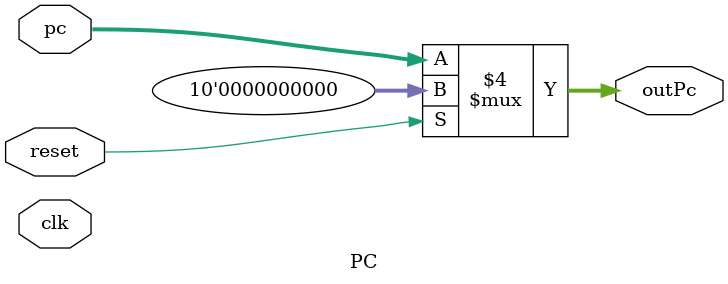
<source format=v>
`timescale 1ns / 1ps

module PC(input [9:0]pc,input clk, input reset, output reg [9:0]outPc
    );

initial begin
		outPc = 0;
			end

always @(*)
begin
	if(reset) outPc<=0;
	else outPc<=pc;
end
 
endmodule

</source>
